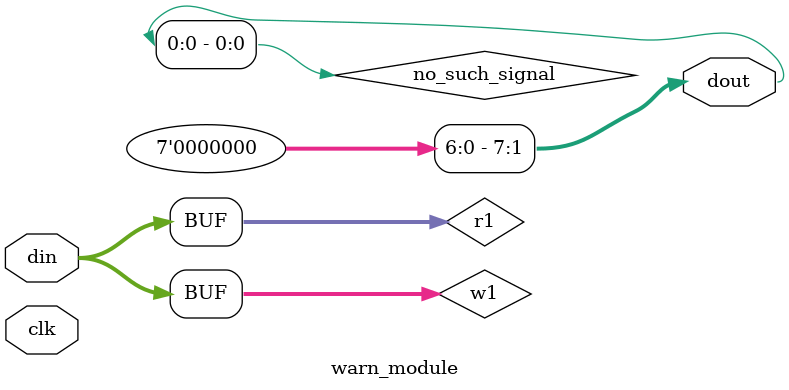
<source format=v>
module warn_module (
    input        clk,
    input  [7:0] din,
    output [7:0] dout
);
    wire [7:0] w1;         // used wire
    reg  [7:0] r1;         // used reg
    wire [7:0] unused_w;   // WARNING: declared but never referenced
    reg  [7:0] unused_r;   // WARNING: declared but never referenced

    // OK: continuous assignment to wire
    assign w1 = din;

    // WARNING: continuous assignment l-value is 'reg'
    assign r1 = din;

    // OK: procedural assignment to reg
    always @(posedge clk) begin
        r1 <= din;
    end

    // WARNING: procedural assignment l-value is 'wire' (in always)
    always @(posedge clk) begin
        w1 <= din;
    end

    // WARNING: procedural assignment l-value is 'wire' (in initial)
    initial begin
        w1 = 8'b0;
    end

    // WARNING: undefined signal reference
    assign dout = no_such_signal;

endmodule

</source>
